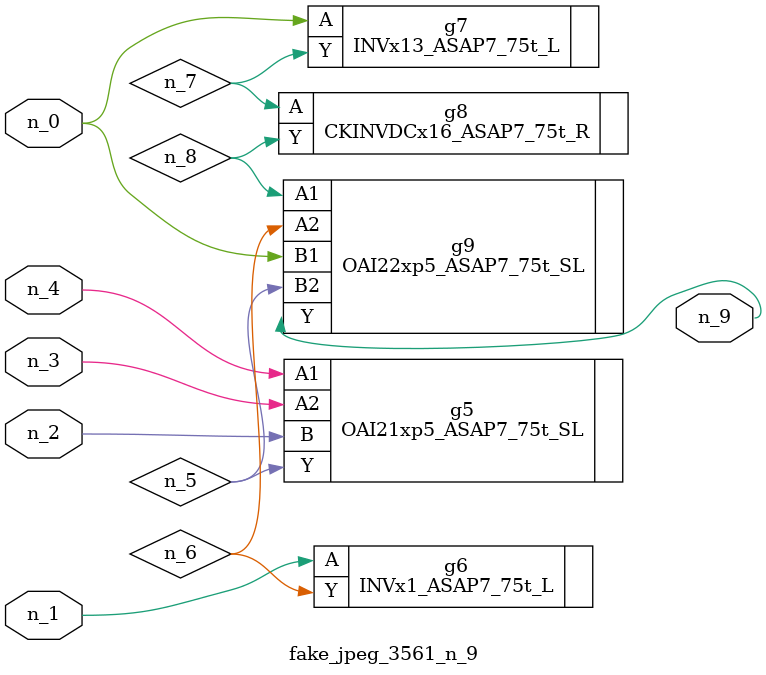
<source format=v>
module fake_jpeg_3561_n_9 (n_3, n_2, n_1, n_0, n_4, n_9);

input n_3;
input n_2;
input n_1;
input n_0;
input n_4;

output n_9;

wire n_8;
wire n_6;
wire n_5;
wire n_7;

OAI21xp5_ASAP7_75t_SL g5 ( 
.A1(n_4),
.A2(n_3),
.B(n_2),
.Y(n_5)
);

INVx1_ASAP7_75t_L g6 ( 
.A(n_1),
.Y(n_6)
);

INVx13_ASAP7_75t_L g7 ( 
.A(n_0),
.Y(n_7)
);

CKINVDCx16_ASAP7_75t_R g8 ( 
.A(n_7),
.Y(n_8)
);

OAI22xp5_ASAP7_75t_SL g9 ( 
.A1(n_8),
.A2(n_6),
.B1(n_0),
.B2(n_5),
.Y(n_9)
);


endmodule
</source>
